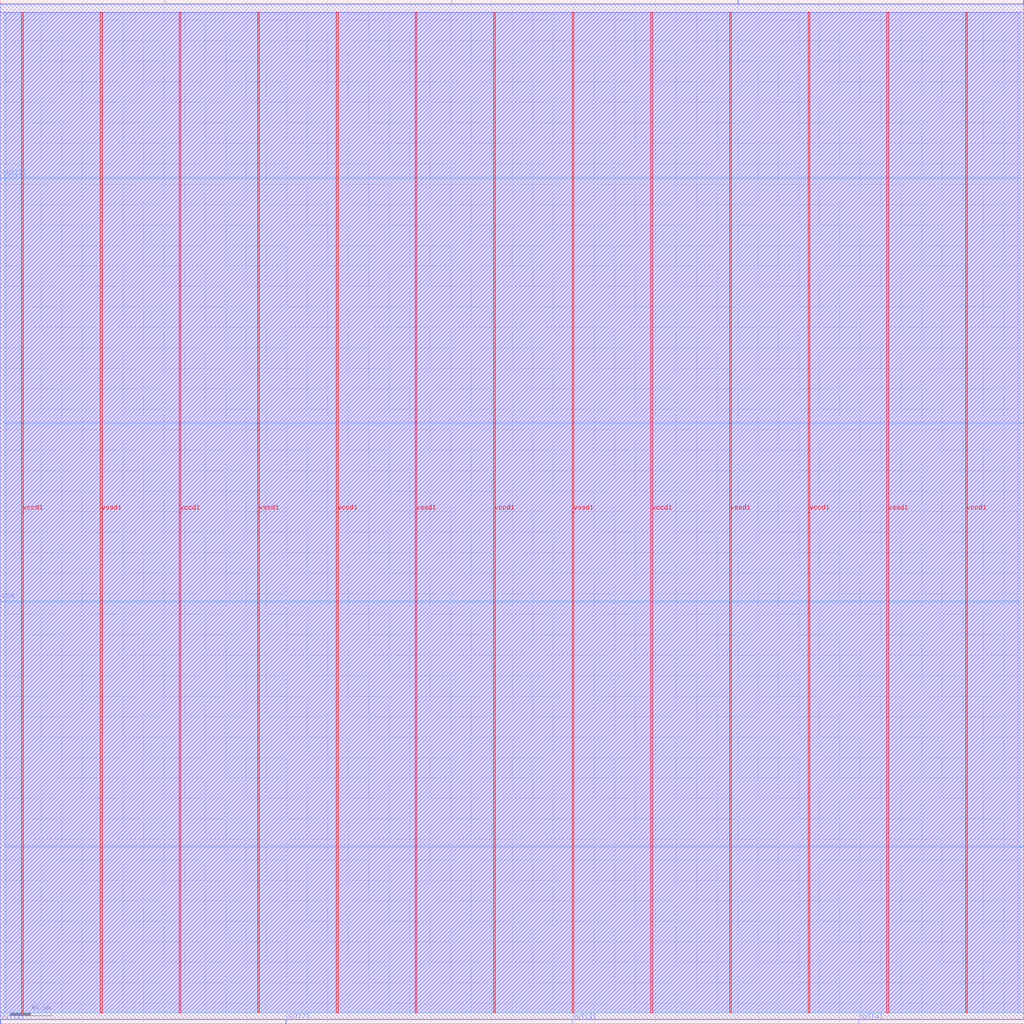
<source format=lef>
VERSION 5.7 ;
  NOWIREEXTENSIONATPIN ON ;
  DIVIDERCHAR "/" ;
  BUSBITCHARS "[]" ;
MACRO user_proj_example
  CLASS BLOCK ;
  FOREIGN user_proj_example ;
  ORIGIN 0.000 0.000 ;
  SIZE 1000.000 BY 1000.000 ;
  PIN CLK
    DIRECTION INPUT ;
    USE SIGNAL ;
    PORT
      LAYER met3 ;
        RECT 0.000 412.120 4.000 412.720 ;
    END
  END CLK
  PIN OUT[0]
    DIRECTION OUTPUT TRISTATE ;
    USE SIGNAL ;
    PORT
      LAYER met2 ;
        RECT 999.210 996.000 999.490 1000.000 ;
    END
  END OUT[0]
  PIN OUT[1]
    DIRECTION OUTPUT TRISTATE ;
    USE SIGNAL ;
    PORT
      LAYER met3 ;
        RECT 0.000 825.560 4.000 826.160 ;
    END
  END OUT[1]
  PIN OUT[2]
    DIRECTION OUTPUT TRISTATE ;
    USE SIGNAL ;
    PORT
      LAYER met2 ;
        RECT 0.090 0.000 0.370 4.000 ;
    END
  END OUT[2]
  PIN OUT[3]
    DIRECTION OUTPUT TRISTATE ;
    USE SIGNAL ;
    PORT
      LAYER met2 ;
        RECT 558.530 0.000 558.810 4.000 ;
    END
  END OUT[3]
  PIN OUT[4]
    DIRECTION OUTPUT TRISTATE ;
    USE SIGNAL ;
    PORT
      LAYER met2 ;
        RECT 838.210 0.000 838.490 4.000 ;
    END
  END OUT[4]
  PIN OUT[5]
    DIRECTION OUTPUT TRISTATE ;
    USE SIGNAL ;
    PORT
      LAYER met2 ;
        RECT 720.450 996.000 720.730 1000.000 ;
    END
  END OUT[5]
  PIN OUT[6]
    DIRECTION OUTPUT TRISTATE ;
    USE SIGNAL ;
    PORT
      LAYER met3 ;
        RECT 996.000 586.200 1000.000 586.800 ;
    END
  END OUT[6]
  PIN OUT[7]
    DIRECTION OUTPUT TRISTATE ;
    USE SIGNAL ;
    PORT
      LAYER met2 ;
        RECT 278.850 0.000 279.130 4.000 ;
    END
  END OUT[7]
  PIN OUT[8]
    DIRECTION OUTPUT TRISTATE ;
    USE SIGNAL ;
    PORT
      LAYER met2 ;
        RECT 161.090 996.000 161.370 1000.000 ;
    END
  END OUT[8]
  PIN OUT[9]
    DIRECTION OUTPUT TRISTATE ;
    USE SIGNAL ;
    PORT
      LAYER met2 ;
        RECT 440.770 996.000 441.050 1000.000 ;
    END
  END OUT[9]
  PIN reset
    DIRECTION INPUT ;
    USE SIGNAL ;
    PORT
      LAYER met3 ;
        RECT 996.000 172.760 1000.000 173.360 ;
    END
  END reset
  PIN vccd1
    DIRECTION INPUT ;
    USE POWER ;
    PORT
      LAYER met4 ;
        RECT 21.040 10.640 22.640 987.600 ;
    END
    PORT
      LAYER met4 ;
        RECT 174.640 10.640 176.240 987.600 ;
    END
    PORT
      LAYER met4 ;
        RECT 328.240 10.640 329.840 987.600 ;
    END
    PORT
      LAYER met4 ;
        RECT 481.840 10.640 483.440 987.600 ;
    END
    PORT
      LAYER met4 ;
        RECT 635.440 10.640 637.040 987.600 ;
    END
    PORT
      LAYER met4 ;
        RECT 789.040 10.640 790.640 987.600 ;
    END
    PORT
      LAYER met4 ;
        RECT 942.640 10.640 944.240 987.600 ;
    END
  END vccd1
  PIN vssd1
    DIRECTION INPUT ;
    USE GROUND ;
    PORT
      LAYER met4 ;
        RECT 97.840 10.640 99.440 987.600 ;
    END
    PORT
      LAYER met4 ;
        RECT 251.440 10.640 253.040 987.600 ;
    END
    PORT
      LAYER met4 ;
        RECT 405.040 10.640 406.640 987.600 ;
    END
    PORT
      LAYER met4 ;
        RECT 558.640 10.640 560.240 987.600 ;
    END
    PORT
      LAYER met4 ;
        RECT 712.240 10.640 713.840 987.600 ;
    END
    PORT
      LAYER met4 ;
        RECT 865.840 10.640 867.440 987.600 ;
    END
  END vssd1
  OBS
      LAYER li1 ;
        RECT 5.520 10.795 994.060 987.445 ;
      LAYER met1 ;
        RECT 0.070 10.640 999.510 987.600 ;
      LAYER met2 ;
        RECT 0.100 995.720 160.810 996.000 ;
        RECT 161.650 995.720 440.490 996.000 ;
        RECT 441.330 995.720 720.170 996.000 ;
        RECT 721.010 995.720 998.930 996.000 ;
        RECT 0.100 4.280 999.480 995.720 ;
        RECT 0.650 4.000 278.570 4.280 ;
        RECT 279.410 4.000 558.250 4.280 ;
        RECT 559.090 4.000 837.930 4.280 ;
        RECT 838.770 4.000 999.480 4.280 ;
      LAYER met3 ;
        RECT 4.000 826.560 996.000 987.525 ;
        RECT 4.400 825.160 996.000 826.560 ;
        RECT 4.000 587.200 996.000 825.160 ;
        RECT 4.000 585.800 995.600 587.200 ;
        RECT 4.000 413.120 996.000 585.800 ;
        RECT 4.400 411.720 996.000 413.120 ;
        RECT 4.000 173.760 996.000 411.720 ;
        RECT 4.000 172.360 995.600 173.760 ;
        RECT 4.000 10.715 996.000 172.360 ;
  END
END user_proj_example
END LIBRARY


</source>
